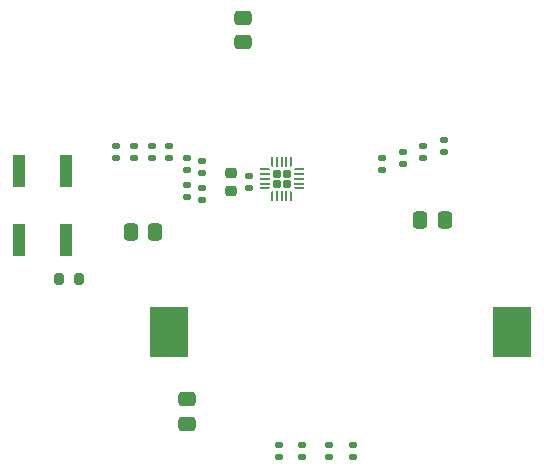
<source format=gbr>
%TF.GenerationSoftware,KiCad,Pcbnew,(6.0.9)*%
%TF.CreationDate,2023-10-21T14:44:12-07:00*%
%TF.ProjectId,pegoste2023,7065676f-7374-4653-9230-32332e6b6963,rev?*%
%TF.SameCoordinates,Original*%
%TF.FileFunction,Paste,Top*%
%TF.FilePolarity,Positive*%
%FSLAX46Y46*%
G04 Gerber Fmt 4.6, Leading zero omitted, Abs format (unit mm)*
G04 Created by KiCad (PCBNEW (6.0.9)) date 2023-10-21 14:44:12*
%MOMM*%
%LPD*%
G01*
G04 APERTURE LIST*
G04 Aperture macros list*
%AMRoundRect*
0 Rectangle with rounded corners*
0 $1 Rounding radius*
0 $2 $3 $4 $5 $6 $7 $8 $9 X,Y pos of 4 corners*
0 Add a 4 corners polygon primitive as box body*
4,1,4,$2,$3,$4,$5,$6,$7,$8,$9,$2,$3,0*
0 Add four circle primitives for the rounded corners*
1,1,$1+$1,$2,$3*
1,1,$1+$1,$4,$5*
1,1,$1+$1,$6,$7*
1,1,$1+$1,$8,$9*
0 Add four rect primitives between the rounded corners*
20,1,$1+$1,$2,$3,$4,$5,0*
20,1,$1+$1,$4,$5,$6,$7,0*
20,1,$1+$1,$6,$7,$8,$9,0*
20,1,$1+$1,$8,$9,$2,$3,0*%
%AMFreePoly0*
4,1,14,0.334644,0.085355,0.385355,0.034644,0.400000,-0.000711,0.400000,-0.050000,0.385355,-0.085355,0.350000,-0.100000,-0.350000,-0.100000,-0.385355,-0.085355,-0.400000,-0.050000,-0.400000,0.050000,-0.385355,0.085355,-0.350000,0.100000,0.299289,0.100000,0.334644,0.085355,0.334644,0.085355,$1*%
%AMFreePoly1*
4,1,14,0.385355,0.085355,0.400000,0.050000,0.400000,0.000711,0.385355,-0.034644,0.334644,-0.085355,0.299289,-0.100000,-0.350000,-0.100000,-0.385355,-0.085355,-0.400000,-0.050000,-0.400000,0.050000,-0.385355,0.085355,-0.350000,0.100000,0.350000,0.100000,0.385355,0.085355,0.385355,0.085355,$1*%
%AMFreePoly2*
4,1,14,0.085355,0.385355,0.100000,0.350000,0.100000,-0.350000,0.085355,-0.385355,0.050000,-0.400000,-0.050000,-0.400000,-0.085355,-0.385355,-0.100000,-0.350000,-0.100000,0.299289,-0.085355,0.334644,-0.034644,0.385355,0.000711,0.400000,0.050000,0.400000,0.085355,0.385355,0.085355,0.385355,$1*%
%AMFreePoly3*
4,1,14,0.034644,0.385355,0.085355,0.334644,0.100000,0.299289,0.100000,-0.350000,0.085355,-0.385355,0.050000,-0.400000,-0.050000,-0.400000,-0.085355,-0.385355,-0.100000,-0.350000,-0.100000,0.350000,-0.085355,0.385355,-0.050000,0.400000,-0.000711,0.400000,0.034644,0.385355,0.034644,0.385355,$1*%
%AMFreePoly4*
4,1,14,0.385355,0.085355,0.400000,0.050000,0.400000,-0.050000,0.385355,-0.085355,0.350000,-0.100000,-0.299289,-0.100000,-0.334644,-0.085355,-0.385355,-0.034644,-0.400000,0.000711,-0.400000,0.050000,-0.385355,0.085355,-0.350000,0.100000,0.350000,0.100000,0.385355,0.085355,0.385355,0.085355,$1*%
%AMFreePoly5*
4,1,14,0.385355,0.085355,0.400000,0.050000,0.400000,-0.050000,0.385355,-0.085355,0.350000,-0.100000,-0.350000,-0.100000,-0.385355,-0.085355,-0.400000,-0.050000,-0.400000,-0.000711,-0.385355,0.034644,-0.334644,0.085355,-0.299289,0.100000,0.350000,0.100000,0.385355,0.085355,0.385355,0.085355,$1*%
%AMFreePoly6*
4,1,14,0.085355,0.385355,0.100000,0.350000,0.100000,-0.299289,0.085355,-0.334644,0.034644,-0.385355,-0.000711,-0.400000,-0.050000,-0.400000,-0.085355,-0.385355,-0.100000,-0.350000,-0.100000,0.350000,-0.085355,0.385355,-0.050000,0.400000,0.050000,0.400000,0.085355,0.385355,0.085355,0.385355,$1*%
%AMFreePoly7*
4,1,14,0.085355,0.385355,0.100000,0.350000,0.100000,-0.350000,0.085355,-0.385355,0.050000,-0.400000,0.000711,-0.400000,-0.034644,-0.385355,-0.085355,-0.334644,-0.100000,-0.299289,-0.100000,0.350000,-0.085355,0.385355,-0.050000,0.400000,0.050000,0.400000,0.085355,0.385355,0.085355,0.385355,$1*%
G04 Aperture macros list end*
%ADD10RoundRect,0.135000X-0.185000X0.135000X-0.185000X-0.135000X0.185000X-0.135000X0.185000X0.135000X0*%
%ADD11RoundRect,0.250000X0.337500X0.475000X-0.337500X0.475000X-0.337500X-0.475000X0.337500X-0.475000X0*%
%ADD12R,1.000000X2.800000*%
%ADD13RoundRect,0.135000X0.185000X-0.135000X0.185000X0.135000X-0.185000X0.135000X-0.185000X-0.135000X0*%
%ADD14RoundRect,0.250000X0.475000X-0.337500X0.475000X0.337500X-0.475000X0.337500X-0.475000X-0.337500X0*%
%ADD15RoundRect,0.140000X0.170000X-0.140000X0.170000X0.140000X-0.170000X0.140000X-0.170000X-0.140000X0*%
%ADD16RoundRect,0.250000X-0.337500X-0.475000X0.337500X-0.475000X0.337500X0.475000X-0.337500X0.475000X0*%
%ADD17R,3.200000X4.200000*%
%ADD18RoundRect,0.225000X0.250000X-0.225000X0.250000X0.225000X-0.250000X0.225000X-0.250000X-0.225000X0*%
%ADD19RoundRect,0.200000X0.200000X0.275000X-0.200000X0.275000X-0.200000X-0.275000X0.200000X-0.275000X0*%
%ADD20RoundRect,0.172500X-0.172500X-0.172500X0.172500X-0.172500X0.172500X0.172500X-0.172500X0.172500X0*%
%ADD21FreePoly0,0.000000*%
%ADD22RoundRect,0.050000X-0.350000X-0.050000X0.350000X-0.050000X0.350000X0.050000X-0.350000X0.050000X0*%
%ADD23FreePoly1,0.000000*%
%ADD24FreePoly2,0.000000*%
%ADD25RoundRect,0.050000X-0.050000X-0.350000X0.050000X-0.350000X0.050000X0.350000X-0.050000X0.350000X0*%
%ADD26FreePoly3,0.000000*%
%ADD27FreePoly4,0.000000*%
%ADD28FreePoly5,0.000000*%
%ADD29FreePoly6,0.000000*%
%ADD30FreePoly7,0.000000*%
G04 APERTURE END LIST*
D10*
%TO.C,R7*%
X132500000Y-93240000D03*
X132500000Y-94260000D03*
%TD*%
%TO.C,R17*%
X138250000Y-96740000D03*
X138250000Y-97760000D03*
%TD*%
D11*
%TO.C,D4*%
X134287500Y-100500000D03*
X132212500Y-100500000D03*
%TD*%
D10*
%TO.C,R6*%
X131000000Y-93240000D03*
X131000000Y-94260000D03*
%TD*%
D12*
%TO.C,SW1*%
X122750000Y-101150000D03*
X122750000Y-95350000D03*
X126750000Y-95350000D03*
X126750000Y-101150000D03*
%TD*%
D13*
%TO.C,R13*%
X153500000Y-95260000D03*
X153500000Y-94240000D03*
%TD*%
D14*
%TO.C,D2*%
X141706514Y-84417803D03*
X141706514Y-82342803D03*
%TD*%
D15*
%TO.C,C1*%
X142250000Y-96730000D03*
X142250000Y-95770000D03*
%TD*%
D16*
%TO.C,D3*%
X156712500Y-99500000D03*
X158787500Y-99500000D03*
%TD*%
D17*
%TO.C,BT1*%
X135500000Y-109000000D03*
X164500000Y-109000000D03*
%TD*%
D18*
%TO.C,C2*%
X140750000Y-97025000D03*
X140750000Y-95475000D03*
%TD*%
D13*
%TO.C,R15*%
X137000000Y-95260000D03*
X137000000Y-94240000D03*
%TD*%
D10*
%TO.C,R16*%
X138250000Y-94490000D03*
X138250000Y-95510000D03*
%TD*%
D14*
%TO.C,D1*%
X137000000Y-116750000D03*
X137000000Y-114675000D03*
%TD*%
D10*
%TO.C,R9*%
X135500000Y-93230000D03*
X135500000Y-94250000D03*
%TD*%
D13*
%TO.C,R14*%
X137000000Y-97510000D03*
X137000000Y-96490000D03*
%TD*%
D10*
%TO.C,R2*%
X144750000Y-118490000D03*
X144750000Y-119510000D03*
%TD*%
D19*
%TO.C,R1*%
X127825000Y-104500000D03*
X126175000Y-104500000D03*
%TD*%
D10*
%TO.C,R8*%
X134000000Y-93240000D03*
X134000000Y-94260000D03*
%TD*%
D20*
%TO.C,U1*%
X145425000Y-95575000D03*
X144575000Y-95575000D03*
X144575000Y-96425000D03*
X145425000Y-96425000D03*
D21*
X143550000Y-95200000D03*
D22*
X143550000Y-95600000D03*
X143550000Y-96000000D03*
X143550000Y-96400000D03*
D23*
X143550000Y-96800000D03*
D24*
X144200000Y-97450000D03*
D25*
X144600000Y-97450000D03*
X145000000Y-97450000D03*
X145400000Y-97450000D03*
D26*
X145800000Y-97450000D03*
D27*
X146450000Y-96800000D03*
D22*
X146450000Y-96400000D03*
X146450000Y-96000000D03*
X146450000Y-95600000D03*
D28*
X146450000Y-95200000D03*
D29*
X145800000Y-94550000D03*
D25*
X145400000Y-94550000D03*
X145000000Y-94550000D03*
X144600000Y-94550000D03*
D30*
X144200000Y-94550000D03*
%TD*%
D13*
%TO.C,R11*%
X157000000Y-94260000D03*
X157000000Y-93240000D03*
%TD*%
D10*
%TO.C,R4*%
X149000000Y-118490000D03*
X149000000Y-119510000D03*
%TD*%
D13*
%TO.C,R10*%
X158750000Y-93760000D03*
X158750000Y-92740000D03*
%TD*%
%TO.C,R12*%
X155250000Y-94760000D03*
X155250000Y-93740000D03*
%TD*%
D10*
%TO.C,R5*%
X151000000Y-118490000D03*
X151000000Y-119510000D03*
%TD*%
%TO.C,R3*%
X146750000Y-118490000D03*
X146750000Y-119510000D03*
%TD*%
M02*

</source>
